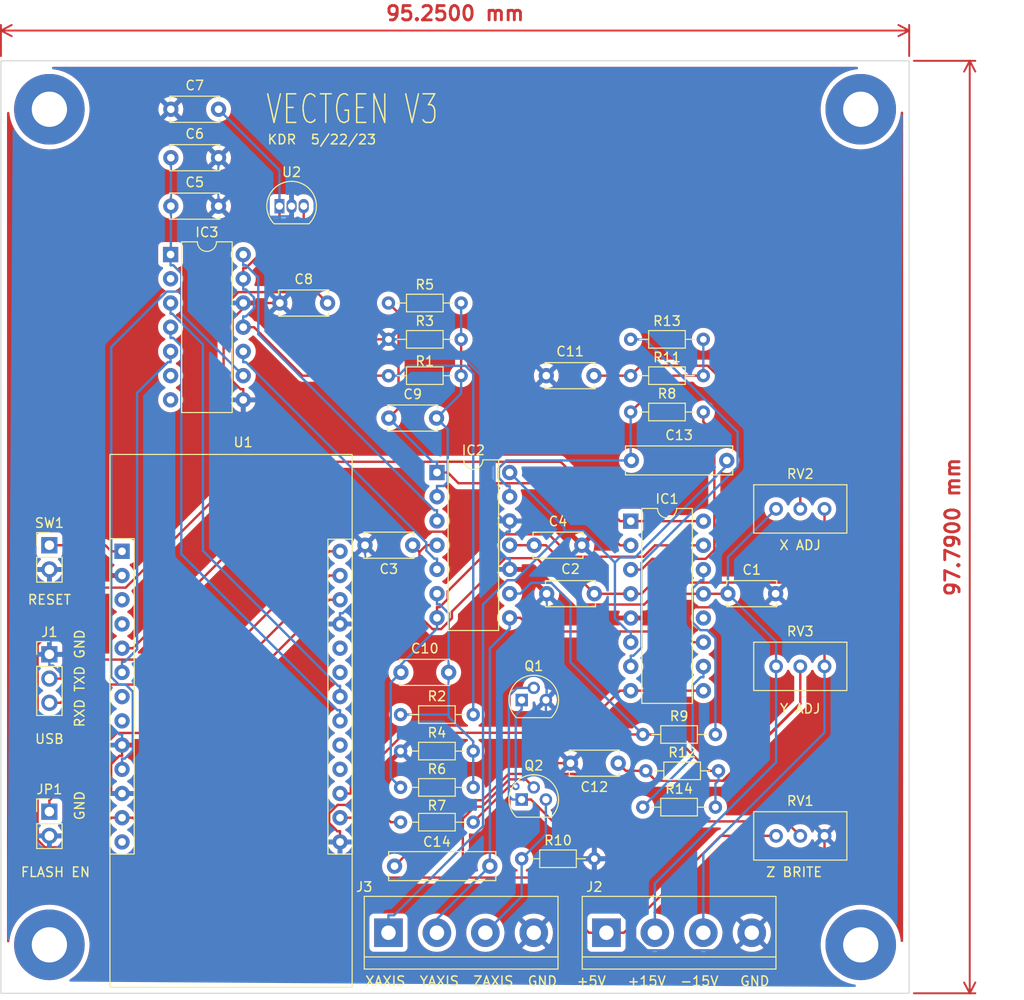
<source format=kicad_pcb>
(kicad_pcb (version 20211014) (generator pcbnew)
  (layers (0 "F.Cu" signal) (31 "B.Cu" signal) (34 "B.Paste" user) (35 "F.Paste" user) (36 "B.SilkS" user "B.Silkscreen") (37 "F.SilkS" user "F.Silkscreen") (38 "B.Mask" user) (39 "F.Mask" user) (44 "Edge.Cuts" user))
  (net 0 "")
  (net 1 "+15V")
  (net 2 "GND")
  (net 3 "-15V")
  (net 4 "Net-(C5-Pad2)")
  (net 5 "Net-(C7-Pad2)")
  (net 6 "+5V")
  (net 7 "Net-(C9-Pad1)")
  (net 8 "Net-(C9-Pad2)")
  (net 9 "Net-(C10-Pad1)")
  (net 10 "Net-(C10-Pad2)")
  (net 11 "Net-(C11-Pad1)")
  (net 12 "Net-(C12-Pad1)")
  (net 13 "Net-(C13-Pad1)")
  (net 14 "/XAXIS")
  (net 15 "Net-(C14-Pad1)")
  (net 16 "/YAXIS")
  (net 17 "/~{RAMP}")
  (net 18 "Net-(IC1-Pad3)")
  (net 19 "Net-(IC1-Pad7)")
  (net 20 "/~{ZERO}")
  (net 21 "Net-(IC1-Pad10)")
  (net 22 "Net-(IC1-Pad14)")
  (net 23 "Net-(IC2-Pad3)")
  (net 24 "Net-(IC2-Pad5)")
  (net 25 "Net-(IC3-Pad3)")
  (net 26 "Net-(IC3-Pad4)")
  (net 27 "/ZAXIS")
  (net 28 "Net-(JP1-Pad1)")
  (net 29 "Net-(Q1-Pad1)")
  (net 30 "Net-(Q1-Pad2)")
  (net 31 "/BLANK")
  (net 32 "Net-(SW1-Pad1)")
  (net 37 "Net-(J1-Pad2)")
  (net 38 "Net-(J1-Pad3)")
  (net 39 "Net-(IC3-Pad5)")
  (footprint "TerminalBlock:TerminalBlock_bornier-4_P5.08mm" (layer "F.Cu") (at 111.76 128.27)
    (fp_text reference "J3")
    (fp_text value "Screw_Terminal_01x04")
  )
  (footprint "MountingHole:MountingHole_3.7mm_Pad_TopBottom" (layer "F.Cu") (at 161.29 41.91)
    (fp_text reference "H1")
    (fp_text value "MountingHole")
  )
  (footprint "Package_TO_SOT_THT:TO-92" (layer "F.Cu") (at 125.73 103.865)
    (fp_text reference "Q1")
    (fp_text value "2N3904")
  )
  (footprint "Package_TO_SOT_THT:TO-92" (layer "F.Cu") (at 125.73 114.3)
    (fp_text reference "Q2")
    (fp_text value "2N3904")
  )
  (footprint "Resistor_THT:R_Axial_DIN0204_L3.6mm_D1.6mm_P7.62mm_Horizontal" (layer "F.Cu") (at 137.16 73.66)
    (fp_text reference "R8")
    (fp_text value "10K")
  )
  (footprint "Resistor_THT:R_Axial_DIN0204_L3.6mm_D1.6mm_P7.62mm_Horizontal" (layer "F.Cu") (at 138.43 107.48)
    (fp_text reference "R9")
    (fp_text value "10K")
  )
  (footprint "Capacitor_THT:C_Disc_D5.0mm_W2.5mm_P5.00mm" (layer "F.Cu") (at 147.36 92.71)
    (fp_text reference "C1")
    (fp_text value ".01uF")
  )
  (footprint "Capacitor_THT:C_Disc_D5.0mm_W2.5mm_P5.00mm" (layer "F.Cu") (at 113.07 100.965)
    (fp_text reference "C10")
    (fp_text value "150pF")
  )
  (footprint "Resistor_THT:R_Axial_DIN0204_L3.6mm_D1.6mm_P7.62mm_Horizontal" (layer "F.Cu") (at 138.43 115.1)
    (fp_text reference "R14")
    (fp_text value "220")
  )
  (footprint "Resistor_THT:R_Axial_DIN0204_L3.6mm_D1.6mm_P7.62mm_Horizontal" (layer "F.Cu") (at 137.16 69.85)
    (fp_text reference "R11")
    (fp_text value "3.3M")
  )
  (footprint "Capacitor_THT:C_Disc_D5.0mm_W2.5mm_P5.00mm" (layer "F.Cu") (at 133.31 69.85 180)
    (fp_text reference "C11")
    (fp_text value ".1uF")
  )
  (footprint "Resistor_THT:R_Axial_DIN0204_L3.6mm_D1.6mm_P7.62mm_Horizontal" (layer "F.Cu") (at 137.16 66.04)
    (fp_text reference "R13")
    (fp_text value "220")
  )
  (footprint "Capacitor_THT:C_Disc_D5.0mm_W2.5mm_P5.00mm" (layer "F.Cu") (at 88.94 41.91)
    (fp_text reference "C7")
    (fp_text value "10uF")
  )
  (footprint "Resistor_THT:R_Axial_DIN0204_L3.6mm_D1.6mm_P7.62mm_Horizontal" (layer "F.Cu") (at 111.76 62.23)
    (fp_text reference "R5")
    (fp_text value "30K")
  )
  (footprint "Resistor_THT:R_Axial_DIN0204_L3.6mm_D1.6mm_P7.62mm_Horizontal" (layer "F.Cu") (at 113.03 109.22)
    (fp_text reference "R4")
    (fp_text value "15K")
  )
  (footprint "Connector_PinHeader_2.54mm:PinHeader_1x02_P2.54mm_Vertical" (layer "F.Cu") (at 76.2 115.57)
    (fp_text reference "JP1")
    (fp_text value "FLASH_EN")
  )
  (footprint "Resistor_THT:R_Axial_DIN0204_L3.6mm_D1.6mm_P7.62mm_Horizontal" (layer "F.Cu") (at 120.65 116.675 180)
    (fp_text reference "R7")
    (fp_text value "2.2K")
  )
  (footprint "Package_TO_SOT_THT:TO-92_Inline" (layer "F.Cu") (at 100.33 52.07)
    (fp_text reference "U2")
    (fp_text value "L4931-3.3")
  )
  (footprint "Capacitor_THT:C_Disc_D5.0mm_W2.5mm_P5.00mm" (layer "F.Cu") (at 100.37 62.23)
    (fp_text reference "C8")
    (fp_text value ".1uF")
  )
  (footprint "Capacitor_THT:C_Rect_L11.0mm_W2.8mm_P10.00mm_MKT" (layer "F.Cu") (at 137.24 78.74)
    (fp_text reference "C13")
    (fp_text value ".01uF")
  )
  (footprint "Capacitor_THT:C_Disc_D5.0mm_W2.5mm_P5.00mm" (layer "F.Cu") (at 114.3 87.63 180)
    (fp_text reference "C3")
    (fp_text value ".01uF")
  )
  (footprint "MountingHole:MountingHole_3.7mm_Pad_TopBottom" (layer "F.Cu") (at 76.2 129.54)
    (fp_text reference "H3")
    (fp_text value "MountingHole")
  )
  (footprint "TerminalBlock:TerminalBlock_bornier-4_P5.08mm" (layer "F.Cu") (at 134.62 128.27)
    (fp_text reference "J2")
    (fp_text value "Screw_Terminal_01x04")
  )
  (footprint "Capacitor_THT:C_Disc_D5.0mm_W2.5mm_P5.00mm" (layer "F.Cu") (at 93.94 52.07 180)
    (fp_text reference "C5")
    (fp_text value ".1uF")
  )
  (footprint "vectgen_v3.my_library:WT32-ETH01" (layer "F.Cu") (at 83.82 88.27)
    (fp_text reference "U1")
    (fp_text value "WT32-ETH01")
  )
  (footprint "Potentiometer_THT:Potentiometer_Bourns_3296W_Vertical" (layer "F.Cu") (at 157.49 118.11)
    (fp_text reference "RV1")
    (fp_text value "10K")
  )
  (footprint "Capacitor_THT:C_Disc_D5.0mm_W2.5mm_P5.00mm" (layer "F.Cu") (at 111.8 74.295)
    (fp_text reference "C9")
    (fp_text value "150pF")
  )
  (footprint "Potentiometer_THT:Potentiometer_Bourns_3296W_Vertical" (layer "F.Cu") (at 157.49 83.82)
    (fp_text reference "RV2")
    (fp_text value "10K")
  )
  (footprint "Capacitor_THT:C_Disc_D5.0mm_W2.5mm_P5.00mm" (layer "F.Cu") (at 135.85 110.49 180)
    (fp_text reference "C12")
    (fp_text value ".1uF")
  )
  (footprint "Connector_PinHeader_2.54mm:PinHeader_1x03_P2.54mm_Vertical" (layer "F.Cu") (at 76.2 99.075)
    (fp_text reference "J1")
    (fp_text value "USB")
  )
  (footprint "Package_DIP:DIP-14_W7.62mm" (layer "F.Cu") (at 116.85 80.005)
    (fp_text reference "IC2")
    (fp_text value "LF347D")
  )
  (footprint "Capacitor_THT:C_Disc_D5.0mm_W2.5mm_P5.00mm" (layer "F.Cu") (at 93.94 46.99 180)
    (fp_text reference "C6")
    (fp_text value "10uF")
  )
  (footprint "Capacitor_THT:C_Disc_D5.0mm_W2.5mm_P5.00mm" (layer "F.Cu") (at 127.04 87.63)
    (fp_text reference "C4")
    (fp_text value ".01uF")
  )
  (footprint "Capacitor_THT:C_Rect_L11.0mm_W2.8mm_P10.00mm_MKT" (layer "F.Cu") (at 112.395 121.285)
    (fp_text reference "C14")
    (fp_text value ".01uF")
  )
  (footprint "Capacitor_THT:C_Disc_D5.0mm_W2.5mm_P5.00mm" (layer "F.Cu") (at 133.35 92.71 180)
    (fp_text reference "C2")
    (fp_text value ".01uF")
  )
  (footprint "Resistor_THT:R_Axial_DIN0204_L3.6mm_D1.6mm_P7.62mm_Horizontal" (layer "F.Cu") (at 113.03 105.39)
    (fp_text reference "R2")
    (fp_text value "10K")
  )
  (footprint "Resistor_THT:R_Axial_DIN0204_L3.6mm_D1.6mm_P7.62mm_Horizontal" (layer "F.Cu") (at 119.38 69.85 180)
    (fp_text reference "R1")
    (fp_text value "10K")
  )
  (footprint "MountingHole:MountingHole_3.7mm_Pad_TopBottom" (layer "F.Cu") (at 161.29 129.54)
    (fp_text reference "H4")
    (fp_text value "MountingHole")
  )
  (footprint "MountingHole:MountingHole_3.7mm_Pad_TopBottom" (layer "F.Cu") (at 76.2 41.91)
    (fp_text reference "H2")
    (fp_text value "MountingHole")
  )
  (footprint "Resistor_THT:R_Axial_DIN0204_L3.6mm_D1.6mm_P7.62mm_Horizontal" (layer "F.Cu") (at 138.75 111.29)
    (fp_text reference "R12")
    (fp_text value "3.3M")
  )
  (footprint "Resistor_THT:R_Axial_DIN0204_L3.6mm_D1.6mm_P7.62mm_Horizontal" (layer "F.Cu") (at 125.73 120.51)
    (fp_text reference "R10")
    (fp_text value "27")
  )
  (footprint "Potentiometer_THT:Potentiometer_Bourns_3296W_Vertical" (layer "F.Cu") (at 157.49 100.33)
    (fp_text reference "RV3")
    (fp_text value "10K")
  )
  (footprint "Resistor_THT:R_Axial_DIN0204_L3.6mm_D1.6mm_P7.62mm_Horizontal" (layer "F.Cu") (at 113.03 113.03)
    (fp_text reference "R6")
    (fp_text value "30K")
  )
  (footprint "Resistor_THT:R_Axial_DIN0204_L3.6mm_D1.6mm_P7.62mm_Horizontal" (layer "F.Cu") (at 111.76 66.04)
    (fp_text reference "R3")
    (fp_text value "15K")
  )
  (footprint "Package_DIP:DIP-14_W7.62mm" (layer "F.Cu") (at 88.91 57.145)
    (fp_text reference "IC3")
    (fp_text value "MCP4922")
  )
  (footprint "Connector_PinHeader_2.54mm:PinHeader_1x02_P2.54mm_Vertical" (layer "F.Cu") (at 76.2 87.63)
    (fp_text reference "SW1")
    (fp_text value "RESET")
  )
  (footprint "Package_DIP:DIP-16_W7.62mm" (layer "F.Cu") (at 137.17 85.105)
    (fp_text reference "IC1")
    (fp_text value "ADG201A")
  )
  (gr_rect (start 71.12 36.83) (end 166.37 134.62) (layer "Edge.Cuts") (width 0.1) (fill none))
  (gr_text "X ADJ" (at 154.94 87.63) (layer "F.SilkS") (effects (font (size 1 1))))
  (gr_text "RXD TXD GND" (at 79.375 101.6 90) (layer "F.SilkS") (effects (font (size 1 1))))
  (gr_text "+5V   +15V  -15V   GND" (at 141.605 133.35) (layer "F.SilkS") (effects (font (size 1 1))))
  (gr_text "RESET" (at 76.2 93.345) (layer "F.SilkS") (effects (font (size 1 1))))
  (gr_text "FLASH EN" (at 76.835 121.92) (layer "F.SilkS") (effects (font (size 1 1))))
  (gr_text "Z BRITE" (at 154.305 121.92) (layer "F.SilkS") (effects (font (size 1 1))))
  (gr_text "VECTGEN V3" (at 107.95 41.91) (layer "F.SilkS") (effects (font (size 3 2))))
  (gr_text "USB" (at 76.2 107.95) (layer "F.SilkS") (effects (font (size 1 1))))
  (gr_text "KDR  5/22/23" (at 104.775 45.085) (layer "F.SilkS") (effects (font (size 1 1))))
  (gr_text "XAXIS  YAXIS  ZAXIS  GND" (at 119.38 133.35) (layer "F.SilkS") (effects (font (size 1 1))))
  (gr_text "Y ADJ" (at 154.94 104.775) (layer "F.SilkS") (effects (font (size 1 1))))
  (gr_text "GND" (at 79.375 114.935 90) (layer "F.SilkS") (effects (font (size 1 1))))
  (dimension (type aligned) (layer "F.Cu") (pts (xy 71.12 36.83) (xy 166.37 36.83)) (height -3.175) (gr_text "3.7500 in" (at 118.745 31.855) (layer "F.Cu") (effects (font (size 1.5 1.5) (thickness 0.3)))) (format (units 3) (units_format 1) (precision 4)) (style (thickness 0.2) (arrow_length 1.27) (text_position_mode 0) (extension_height 0.58642) (extension_offset 0.5) keep_text_aligned))
  (dimension (type aligned) (layer "F.Cu") (pts (xy 166.37 36.83) (xy 166.37 134.62)) (height -6.35) (gr_text "3.8500 in" (at 170.92 85.725 90) (layer "F.Cu") (effects (font (size 1.5 1.5) (thickness 0.3)))) (format (units 3) (units_format 1) (precision 4)) (style (thickness 0.2) (arrow_length 1.27) (text_position_mode 0) (extension_height 0.58642) (extension_offset 0.5) keep_text_aligned))
  (segment (start 117.2772 96.4241) (end 116.373 96.4241) (width 0.25) (layer "F.Cu") (net 1))
  (segment (start 132.1796 93.8504) (end 127.3193 88.9901) (width 0.25) (layer "F.Cu") (net 1))
  (segment (start 118.4138 95.2875) (end 117.2772 96.4241) (width 0.25) (layer "F.Cu") (net 1))
  (segment (start 115.0098 95.0609) (end 115.0098 88.3399) (width 0.25) (layer "F.Cu") (net 1))
  (segment (start 147.36 92.71) (end 147.345 92.725) (width 0.25) (layer "F.Cu") (net 1))
  (segment (start 115.0099 88.3398) (end 115.7247 87.625) (width 0.25) (layer "F.Cu") (net 1))
  (segment (start 115.0098 88.3399) (end 115.0099 88.3398) (width 0.25) (layer "F.Cu") (net 1))
  (segment (start 118.4138 94.5864) (end 118.4138 95.2875) (width 0.25) (layer "F.Cu") (net 1))
  (segment (start 144.79 92.725) (end 139.7053 92.725) (width 0.25) (layer "F.Cu") (net 1))
  (segment (start 127.3193 88.9901) (end 124.0101 88.9901) (width 0.25) (layer "F.Cu") (net 1))
  (segment (start 114.3 87.63) (end 115.0099 88.3398) (width 0.25) (layer "F.Cu") (net 1))
  (segment (start 138.5799 93.8504) (end 132.1796 93.8504) (width 0.25) (layer "F.Cu") (net 1))
  (segment (start 147.345 92.725) (end 144.79 92.725) (width 0.25) (layer "F.Cu") (net 1))
  (segment (start 124.0101 88.9901) (end 118.4138 94.5864) (width 0.25) (layer "F.Cu") (net 1))
  (segment (start 139.7053 92.725) (end 138.5799 93.8504) (width 0.25) (layer "F.Cu") (net 1))
  (segment (start 116.373 96.4241) (end 115.0098 95.0609) (width 0.25) (layer "F.Cu") (net 1))
  (segment (start 116.85 87.625) (end 115.7247 87.625) (width 0.25) (layer "F.Cu") (net 1))
  (segment (start 152.41 100.33) (end 152.41 110.397) (width 0.25) (layer "B.Cu") (net 1))
  (segment (start 147.36 88.87) (end 147.36 92.71) (width 0.25) (layer "B.Cu") (net 1))
  (segment (start 147.36 92.71) (end 152.41 97.76) (width 0.25) (layer "B.Cu") (net 1))
  (segment (start 139.7 123.107) (end 139.7 128.27) (width 0.25) (layer "B.Cu") (net 1))
  (segment (start 152.41 83.82) (end 147.36 88.87) (width 0.25) (layer "B.Cu") (net 1))
  (segment (start 152.41 110.397) (end 139.7 123.107) (width 0.25) (layer "B.Cu") (net 1))
  (segment (start 152.41 97.76) (end 152.41 100.33) (width 0.25) (layer "B.Cu") (net 1))
  (segment (start 105.5411 115.7514) (end 106.4264 114.8661) (width 0.25) (layer "F.Cu") (net 2))
  (segment (start 137.17 95.265) (end 138.2953 95.265) (width 0.25) (layer "F.Cu") (net 2))
  (segment (start 109.3 87.63) (end 110.7197 86.2103) (width 0.25) (layer "F.Cu") (net 2))
  (segment (start 95.4047 70.4158) (end 96.2486 71.2597) (width 0.25) (layer "F.Cu") (net 2))
  (segment (start 111.76 66.04) (end 104.18 66.04) (width 0.25) (layer "F.Cu") (net 2))
  (segment (start 84.9453 113.67) (end 87.0267 115.7514) (width 0.25) (layer "F.Cu") (net 2))
  (segment (start 128.1403 92.71) (end 128.35 92.71) (width 0.25) (layer "F.Cu") (net 2))
  (segment (start 114.3 110.49) (end 113.03 109.22) (width 0.25) (layer "F.Cu") (net 2))
  (segment (start 110.7197 86.2103) (end 122.2194 86.2103) (width 0.25) (layer "F.Cu") (net 2))
  (segment (start 106.3987 117.6247) (end 105.5411 116.7671) (width 0.25) (layer "F.Cu") (net 2))
  (segment (start 106.68 118.75) (end 106.68 117.6247) (width 0.25) (layer "F.Cu") (net 2))
  (segment (start 82.677 113.67) (end 81.8153 113.67) (width 0.25) (layer "F.Cu") (net 2))
  (segment (start 122.2194 86.2103) (end 123.3447 85.085) (width 0.25) (layer "F.Cu") (net 2))
  (segment (start 82.677 110.577) (end 82.677 113.67) (width 0.25) (layer "F.Cu") (net 2))
  (segment (start 106.68 117.6247) (end 106.3987 117.6247) (width 0.25) (layer "F.Cu") (net 2))
  (segment (start 130.85 110.49) (end 114.3 110.49) (width 0.25) (layer "F.Cu") (net 2))
  (segment (start 97.6603 62.23) (end 97.6553 62.225) (width 0.25) (layer "F.Cu") (net 2))
  (segment (start 139.4206 94.1397) (end 150.9303 94.1397) (width 0.25) (layer "F.Cu") (net 2))
  (segment (start 150.9303 94.1397) (end 152.36 92.71) (width 0.25) (layer "F.Cu") (net 2))
  (segment (start 157.49 118.11) (end 157.49 120.64) (width 0.25) (layer "F.Cu") (net 2))
  (segment (start 97.0927 62.225) (end 97.6553 62.225) (width 0.25) (layer "F.Cu") (net 2))
  (segment (start 96.53 62.225) (end 97.0927 62.225) (width 0.25) (layer "F.Cu") (net 2))
  (segment (start 82.0547 90.17) (end 82.6947 90.81) (width 0.25) (layer "F.Cu") (net 2))
  (segment (start 124.47 85.085) (end 123.3447 85.085) (width 0.25) (layer "F.Cu") (net 2))
  (segment (start 97.0927 62.225) (end 95.4047 63.913) (width 0.25) (layer "F.Cu") (net 2))
  (segment (start 83.5387 109.7153) (end 82.677 110.577) (width 0.25) (layer "F.Cu") (net 2))
  (segment (start 81.8153 113.67) (end 77.3753 118.11) (width 0.25) (layer "F.Cu") (net 2))
  (segment (start 87.0267 115.7514) (end 105.5411 115.7514) (width 0.25) (layer "F.Cu") (net 2))
  (segment (start 128.35 92.71) (end 130.905 95.265) (width 0.25) (layer "F.Cu") (net 2))
  (segment (start 95.4047 63.913) (end 95.4047 70.4158) (width 0.25) (layer "F.Cu") (net 2))
  (segment (start 107.3839 114.8661) (end 113.03 109.22) (width 0.25) (layer "F.Cu") (net 2))
  (segment (start 106.4264 114.8661) (end 107.3839 114.8661) (width 0.25) (layer "F.Cu") (net 2))
  (segment (start 83.82 108.59) (end 83.82 109.7153) (width 0.25) (layer "F.Cu") (net 2))
  (segment (start 104.18 66.04) (end 100.37 62.23) (width 0.25) (layer "F.Cu") (net 2))
  (segment (start 124.47 90.165) (end 125.5953 90.165) (width 0.25) (layer "F.Cu") (net 2))
  (segment (start 83.82 113.67) (end 82.677 113.67) (width 0.25) (layer "F.Cu") (net 2))
  (segment (start 138.2953 95.265) (end 139.4206 94.1397) (width 0.25) (layer "F.Cu") (net 2))
  (segment (start 76.2 118.11) (end 77.3753 118.11) (width 0.25) (layer "F.Cu") (net 2))
  (segment (start 125.5953 90.165) (end 128.1403 92.71) (width 0.25) (layer "F.Cu") (net 2))
  (segment (start 83.82 90.81) (end 82.6947 90.81) (width 0.25) (layer "F.Cu") (net 2))
  (segment (start 83.82 113.67) (end 84.9453 113.67) (width 0.25) (layer "F.Cu") (net 2))
  (segment (start 130.905 95.265) (end 137.17 95.265) (width 0.25) (layer "F.Cu") (net 2))
  (segment (start 157.49 120.64) (end 149.86 128.27) (width 0.25) (layer "F.Cu") (net 2))
  (segment (start 129.495 85.085) (end 124.47 85.085) (width 0.25) (layer "F.Cu") (net 2))
  (segment (start 132.04 87.63) (end 129.495 85.085) (width 0.25) (layer "F.Cu") (net 2))
  (segment (start 96.2486 71.2597) (end 96.53 71.2597) (width 0.25) (layer "F.Cu") (net 2))
  (segment (start 83.82 109.7153) (end 83.5387 109.7153) (width 0.25) (layer "F.Cu") (net 2))
  (segment (start 105.5411 116.7671) (end 105.5411 115.7514) (width 0.25) (layer "F.Cu") (net 2))
  (segment (start 96.53 72.385) (end 96.53 71.2597) (width 0.25) (layer "F.Cu") (net 2))
  (segment (start 76.2 90.17) (end 82.0547 90.17) (width 0.25) (layer "F.Cu") (net 2))
  (segment (start 100.37 62.23) (end 97.6603 62.23) (width 0.25) (layer "F.Cu") (net 2))
  (segment (start 101.6 53.1453) (end 100.413 53.1453) (width 0.25) (layer "B.Cu") (net 2))
  (segment (start 126.6935 71.4665) (end 128.31 69.85) (width 0.25) (layer "B.Cu") (net 2))
  (segment (start 100.37 62.23) (end 100.37 53.1883) (width 0.25) (layer "B.Cu") (net 2))
  (segment (start 137.6287 128.8606) (end 138.8827 130.1146) (width 0.25) (layer "B.Cu") (net 2))
  (segment (start 93.94 46.99) (end 88.94 41.99) (width 0.25) (layer "B.Cu") (net 2))
  (segment (start 117.692 66.04) (end 111.76 66.04) (width 0.25) (layer "B.Cu") (net 2))
  (segment (start 128.35 92.71) (end 128.35 103.785) (width 0.25) (layer "B.Cu") (net 2))
  (segment (start 95.0583 53.1883) (end 93.94 52.07) (width 0.25) (layer "B.Cu") (net 2))
  (segment (start 76.2 99.075) (end 76.2 100.2503) (width 0.25) (layer "B.Cu") (net 2))
  (segment (start 130.85 110.49) (end 128.27 107.91) (width 0.25) (layer "B.Cu") (net 2))
  (segment (start 132.5709 122.6991) (end 127 128.27) (width 0.25) (layer "B.Cu") (net 2))
  (segment (start 88.94 41.99) (end 88.94 41.91) (width 0.25) (layer "B.Cu") (net 2))
  (segment (start 122.8787 71.7063) (end 123.1185 71.4665) (width 0.25) (layer "B.Cu") (net 2))
  (segment (start 124.47 90.165) (end 124.47 89.0397) (width 0.25) (layer "B.Cu") (net 2))
  (segment (start 76.5871 100.2503) (end 76.2 100.2503) (width 0.25) (layer "B.Cu") (net 2))
  (segment (start 106.68 95.89) (end 106.68 94.7647) (width 0.25) (layer "B.Cu") (net 2))
  (segment (start 83.82 107.4647) (end 83.5386 107.4647) (width 0.25) (layer "B.Cu") (net 2))
  (segment (start 148.0154 130.1146) (end 149.86 128.27) (width 0.25) (layer "B.Cu") (net 2))
  (segment (start 109.3 87.63) (end 109.3 92.426) (width 0.25) (layer "B.Cu") (net 2))
  (segment (start 132.5708 122.6991) (end 132.5709 122.6991) (width 0.25) (layer "B.Cu") (net 2))
  (segment (start 133.35 121.5353) (end 132.5708 122.3145) (width 0.25) (layer "B.Cu") (net 2))
  (segment (start 124.47 85.085) (end 124.47 85.6476) (width 0.25) (layer "B.Cu") (net 2))
  (segment (start 133.35 112.99) (end 133.35 120.51) (width 0.25) (layer "B.Cu") (net 2))
  (segment (start 128.27 107.91) (end 128.27 103.865) (width 0.25) (layer "B.Cu") (net 2))
  (segment (start 138.8827 130.1146) (end 148.0154 130.1146) (width 0.25) (layer "B.Cu") (net 2))
  (segment (start 100.37 53.1883) (end 95.0583 53.1883) (width 0.25) (layer "B.Cu") (net 2))
  (segment (start 132.5709 122.6991) (end 137.6287 127.757) (width 0.25) (layer "B.Cu") (net 2))
  (segment (start 124.1886 89.0397) (end 124.47 89.0397) (width 0.25) (layer "B.Cu") (net 2))
  (segment (start 101.6 52.07) (end 101.6 53.1453) (width 0.25) (layer "B.Cu") (net 2))
  (segment (start 133.35 120.51) (end 133.35 121.5353) (width 0.25) (layer "B.Cu") (net 2))
  (segment (start 124.47 86.2103) (end 124.1887 86.2103) (width 0.25) (layer "B.Cu") (net 2))
  (segment (start 77.3753 101.0385) (end 76.5871 100.2503) (width 0.25) (layer "B.Cu") (net 2))
  (segment (start 130.85 110.49) (end 133.35 112.99) (width 0.25) (layer "B.Cu") (net 2))
  (segment (start 124.1887 86.2103) (end 123.3447 87.0543) (width 0.25) (layer "B.Cu") (net 2))
  (segment (start 124.47 85.6476) (end 122.8787 84.0563) (width 0.25) (layer "B.Cu") (net 2))
  (segment (start 132.5708 122.3145) (end 132.5708 122.6991) (width 0.25) (layer "B.Cu") (net 2))
  (segment (start 76.2 90.17) (end 76.2 99.075) (width 0.25) (layer "B.Cu") (net 2))
  (segment (start 106.9613 94.7647) (end 106.68 94.7647) (width 0.25) (layer "B.Cu") (net 2))
  (segment (start 83.5386 107.4647) (end 77.3753 101.3014) (width 0.25) (layer "B.Cu") (net 2))
  (segment (start 128.35 103.785) (end 128.27 103.865) (width 0.25) (layer "B.Cu") (net 2))
  (segment (start 137.6287 127.757) (end 137.6287 128.8606) (width 0.25) (layer "B.Cu") (net 2))
  (segment (start 83.82 108.59) (end 83.82 107.4647) (width 0.25) (layer "B.Cu") (net 2))
  (segment (start 109.3 92.426) (end 106.9613 94.7647) (width 0.25) (layer "B.Cu") (net 2))
  (segment (start 93.94 52.07) (end 93.94 46.99) (width 0.25) (layer "B.Cu") (net 2))
  (segment (start 100.413 53.1453) (end 100.37 53.1883) (width 0.25) (layer "B.Cu") (net 2))
  (segment (start 123.3447 87.0543) (end 123.3447 88.1958) (width 0.25) (layer "B.Cu") (net 2))
  (segment (start 124.47 85.6476) (end 124.47 86.2103) (width 0.25) (layer "B.Cu") (net 2))
  (segment (start 77.3753 101.3014) (end 77.3753 101.0385) (width 0.25) (layer "B.Cu") (net 2))
  (segment (start 123.1185 71.4665) (end 126.6935 71.4665) (width 0.25) (layer "B.Cu") (net 2))
  (segment (start 122.8787 84.0563) (end 122.8787 71.7063) (width 0.25) (layer "B.Cu") (net 2))
  (segment (start 123.1185 71.4665) (end 117.692 66.04) (width 0.25) (layer "B.Cu") (net 2))
  (segment (start 123.3447 88.1958) (end 124.1886 89.0397) (width 0.25) (layer "B.Cu") (net 2))
  (segment (start 157.49 88.2936) (end 154.2354 91.5482) (width 0.25) (layer "F.Cu") (net 3))
  (segment (start 125.6003 87.63) (end 125.5953 87.625) (width 0.25) (layer "F.Cu") (net 3))
  (segment (start 138.2953 92.725) (end 139.4721 91.5482) (width 0.25) (layer "F.Cu") (net 3))
  (segment (start 128.27 87.63) (end 127.04 87.63) (width 0.25) (layer "F.Cu") (net 3))
  (segment (start 157.49 94.8028) (end 157.49 100.33) (width 0.25) (layer "F.Cu") (net 3))
  (segment (start 124.47 87.625) (end 125.5953 87.625) (width 0.25) (layer "F.Cu") (net 3))
  (segment (start 137.17 92.725) (end 133.365 92.725) (width 0.25) (layer "F.Cu") (net 3))
  (segment (start 154.2354 91.5482) (end 157.49 94.8028) (width 0.25) (layer "F.Cu") (net 3))
  (segment (start 133.365 92.725) (end 133.35 92.71) (width 0.25) (layer "F.Cu") (net 3))
  (segment (start 137.17 92.725) (end 138.2953 92.725) (width 0.25) (layer "F.Cu") (net 3))
  (segment (start 133.35 92.71) (end 128.27 87.63) (width 0.25) (layer "F.Cu") (net 3))
  (segment (start 139.4721 91.5482) (end 154.2354 91.5482) (width 0.25) (layer "F.Cu") (net 3))
  (segment (start 127.04 87.63) (end 125.6003 87.63) (width 0.25) (layer "F.Cu") (net 3))
  (segment (start 157.49 83.82) (end 157.49 88.2936) (width 0.25) (layer "F.Cu") (net 3))
  (segment (start 157.49 107.2738) (end 157.49 100.33) (width 0.25) (layer "B.Cu") (net 3))
  (segment (start 144.78 119.9838) (end 157.49 107.2738) (width 0.25) (layer "B.Cu") (net 3))
  (segment (start 144.78 128.27) (end 144.78 119.9838) (width 0.25) (layer "B.Cu") (net 3))
  (segment (start 89.1914 58.2703) (end 88.91 58.2703) (width 0.25) (layer "B.Cu") (net 4))
  (segment (start 82.688 66.8516) (end 82.688 101.4609) (width 0.25) (layer "B.Cu") (net 4))
  (segment (start 88.91 57.7076) (end 88.91 58.2703) (width 0.25) (layer "B.Cu") (net 4))
  (segment (start 88.91 57.145) (end 88.91 57.7076) (width 0.25) (layer "B.Cu") (net 4))
  (segment (start 84.9453 109.1608) (end 84.1014 110.0047) (width 0.25) (layer "B.Cu") (net 4))
  (segment (start 84.1014 110.0047) (end 83.82 110.0047) (width 0.25) (layer "B.Cu") (net 4))
  (segment (start 90.0353 59.1142) (end 89.1914 58.2703) (width 0.25) (layer "B.Cu") (net 4))
  (segment (start 84.9453 102.979) (end 84.9453 109.1608) (width 0.25) (layer "B.Cu") (net 4))
  (segment (start 90.0353 61.0299) (end 88.5097 61.0299) (width 0.25) (layer "B.Cu") (net 4))
  (segment (start 88.91 57.7076) (end 88.94 57.6776) (width 0.25) (layer "B.Cu") (net 4))
  (segment (start 82.688 101.4609) (end 83.4671 102.24) (width 0.25) (layer "B.Cu") (net 4))
  (segment (start 83.82 111.13) (end 83.82 110.0047) (width 0.25) (layer "B.Cu") (net 4))
  (segment (start 83.4671 102.24) (end 84.2063 102.24) (width 0.25) (layer "B.Cu") (net 4))
  (segment (start 84.2063 102.24) (end 84.9453 102.979) (width 0.25) (layer "B.Cu") (net 4))
  (segment (start 88.94 46.99) (end 88.94 52.07) (width 0.25) (layer "B.Cu") (net 4))
  (segment (start 90.0353 61.0299) (end 90.0353 59.1142) (width 0.25) (layer "B.Cu") (net 4))
  (segment (start 88.5097 61.0299) (end 82.688 66.8516) (width 0.25) (layer "B.Cu") (net 4))
  (segment (start 90.0353 63.3503) (end 90.0353 61.0299) (width 0.25) (layer "B.Cu") (net 4))
  (segment (start 96.53 69.845) (end 90.0353 63.3503) (width 0.25) (layer "B.Cu") (net 4))
  (segment (start 88.94 57.6776) (end 88.94 52.07) (width 0.25) (layer "B.Cu") (net 4))
  (segment (start 96.53 64.765) (end 97.6553 64.765) (width 0.25) (layer "F.Cu") (net 5))
  (segment (start 96.53 58.5597) (end 96.8113 58.5597) (width 0.25) (layer "F.Cu") (net 5))
  (segment (start 96.8113 58.5597) (end 100.33 55.041) (width 0.25) (layer "F.Cu") (net 5))
  (segment (start 102.7403 69.85) (end 111.76 69.85) (width 0.25) (layer "F.Cu") (net 5))
  (segment (start 100.33 55.041) (end 100.33 52.07) (width 0.25) (layer "F.Cu") (net 5))
  (segment (start 96.53 59.685) (end 96.53 58.5597) (width 0.25) (layer "F.Cu") (net 5))
  (segment (start 97.6553 64.765) (end 102.7403 69.85) (width 0.25) (layer "F.Cu") (net 5))
  (segment (start 100.33 48.3) (end 93.94 41.91) (width 0.25) (layer "B.Cu") (net 5))
  (segment (start 100.33 52.07) (end 100.33 48.3) (width 0.25) (layer "B.Cu") (net 5))
  (segment (start 97.6553 61.6542) (end 97.6553 62.7958) (width 0.25) (layer "B.Cu") (net 5))
  (segment (start 96.53 60.8103) (end 96.8114 60.8103) (width 0.25) (layer "B.Cu") (net 5))
  (segment (start 96.8114 60.8103) (end 97.6553 61.6542) (width 0.25) (layer "B.Cu") (net 5))
  (segment (start 97.6553 62.7958) (end 96.8114 63.6397) (width 0.25) (layer "B.Cu") (net 5))
  (segment (start 119.8327 68.8176) (end 120.65 69.6349) (width 0.25) (layer "B.Cu") (net 5))
  (segment (start 96.53 59.685) (end 96.53 60.8103) (width 0.25) (layer "B.Cu") (net 5))
  (segment (start 112.7853 69.85) (end 113.8177 68.8176) (width 0.25) (layer "B.Cu") (net 5))
  (segment (start 96.8114 63.6397) (end 96.53 63.6397) (width 0.25) (layer "B.Cu") (net 5))
  (segment (start 113.8177 68.8176) (end 119.8327 68.8176) (width 0.25) (layer "B.Cu") (net 5))
  (segment (start 96.53 64.765) (end 96.53 63.6397) (width 0.25) (layer "B.Cu") (net 5))
  (segment (start 120.65 69.6349) (end 120.65 105.39) (width 0.25) (layer "B.Cu") (net 5))
  (segment (start 111.76 69.85) (end 112.7853 69.85) (width 0.25) (layer "B.Cu") (net 5))
  (segment (start 134.62 128.27) (end 136.4453 128.27) (width 0.25) (layer "F.Cu") (net 6))
  (segment (start 102.87 61.0859) (end 104.2259 61.0859) (width 0.25) (layer "F.Cu") (net 6))
  (segment (start 104.2259 61.0859) (end 105.37 62.23) (width 0.25) (layer "F.Cu") (net 6))
  (segment (start 80.9635 92.08) (end 84.1988 92.08) (width 0.25) (layer "F.Cu") (net 6))
  (segment (start 75.7359 119.3154) (end 74.9643 118.5438) (width 0.25) (layer "F.Cu") (net 6))
  (segment (start 94.4705 62.6367) (end 96.0213 61.0859) (width 0.25) (layer "F.Cu") (net 6))
  (segment (start 83.82 116.21) (end 84.9453 116.21) (width 0.25) (layer "F.Cu") (net 6))
  (segment (start 152.41 118.11) (end 146.6053 118.11) (width 0.25) (layer "F.Cu") (net 6))
  (segment (start 132.7947 128.27) (end 127.0111 122.4864) (width 0.25) (layer "F.Cu") (net 6))
  (segment (start 119.5608 122.4864) (end 119.5608 116.3115) (width 0.25) (layer "F.Cu") (net 6))
  (segment (start 134.62 128.27) (end 132.7947 128.27) (width 0.25) (layer "F.Cu") (net 6))
  (segment (start 79.5893 119.3154) (end 75.7359 119.3154) (width 0.25) (layer "F.Cu") (net 6))
  (segment (start 102.87 61.0859) (end 102.87 52.07) (width 0.25) (layer "F.Cu") (net 6))
  (segment (start 119.5608 116.3115) (end 120.8225 115.0498) (width 0.25) (layer "F.Cu") (net 6))
  (segment (start 126.1563 112.1863) (end 127 113.03) (width 0.25) (layer "F.Cu") (net 6))
  (segment (start 83.82 116.21) (end 82.6947 116.21) (width 0.25) (layer "F.Cu") (net 6))
  (segment (start 94.4705 81.8083) (end 94.4705 62.6367) (width 0.25) (layer "F.Cu") (net 6))
  (segment (start 121.5689 115.0498) (end 124.4324 112.1863) (width 0.25) (layer "F.Cu") (net 6))
  (segment (start 119.5608 122.4864) (end 91.2217 122.4864) (width 0.25) (layer "F.Cu") (net 6))
  (segment (start 74.9643 118.5438) (end 74.9643 98.0792) (width 0.25) (layer "F.Cu") (net 6))
  (segment (start 96.0213 61.0859) (end 102.87 61.0859) (width 0.25) (layer "F.Cu") (net 6))
  (segment (start 146.6053 118.11) (end 136.4453 128.27) (width 0.25) (layer "F.Cu") (net 6))
  (segment (start 124.4324 112.1863) (end 126.1563 112.1863) (width 0.25) (layer "F.Cu") (net 6))
  (segment (start 84.1988 92.08) (end 94.4705 81.8083) (width 0.25) (layer "F.Cu") (net 6))
  (segment (start 120.8225 115.0498) (end 121.5689 115.0498) (width 0.25) (layer "F.Cu") (net 6))
  (segment (start 74.9643 98.0792) (end 80.9635 92.08) (width 0.25) (layer "F.Cu") (net 6))
  (segment (start 82.6947 116.21) (end 79.5893 119.3154) (width 0.25) (layer "F.Cu") (net 6))
  (segment (start 91.2217 122.4864) (end 84.9453 116.21) (width 0.25) (layer "F.Cu") (net 6))
  (segment (start 127.0111 122.4864) (end 119.5608 122.4864) (width 0.25) (layer "F.Cu") (net 6))
  (segment (start 112.8152 63.2852) (end 112.8152 73.2798) (width 0.25) (layer "F.Cu") (net 7))
  (segment (start 112.8152 73.2798) (end 111.8 74.295) (width 0.25) (layer "F.Cu") (net 7))
  (segment (start 137.17 87.645) (end 136.0447 87.645) (width 0.25) (layer "F.Cu") (net 7))
  (segment (start 136.0447 87.645) (end 129.53 81.1303) (width 0.25) (layer "F.Cu") (net 7))
  (segment (start 119.1006 81.1303) (end 117.9753 80.005) (width 0.25) (layer "F.Cu") (net 7))
  (segment (start 116.85 80.005) (end 117.9753 80.005) (width 0.25) (layer "F.Cu") (net 7))
  (segment (start 111.76 62.23) (end 112.8152 63.2852) (width 0.25) (layer "F.Cu") (net 7))
  (segment (start 129.53 81.1303) (end 119.1006 81.1303) (width 0.25) (layer "F.Cu") (net 7))
  (segment (start 111.8 74.295) (end 116.3847 78.8797) (width 0.25) (layer "B.Cu") (net 7))
  (segment (start 116.3847 78.8797) (end 116.85 78.8797) (width 0.25) (layer "B.Cu") (net 7))
  (segment (start 116.85 80.005) (end 116.85 78.8797) (width 0.25) (layer "B.Cu") (net 7))
  (segment (start 119.38 66.04) (end 119.38 69.85) (width 0.25) (layer "F.Cu") (net 8))
  (segment (start 116.85 82.545) (end 116.85 81.4197) (width 0.25) (layer "B.Cu") (net 8))
  (segment (start 119.38 66.04) (end 119.38 62.23) (width 0.25) (layer "B.Cu") (net 8))
  (segment (start 119.38 71.715) (end 116.8 74.295) (width 0.25) (layer "B.Cu") (net 8))
  (segment (start 117.9754 75.4704) (end 116.8 74.295) (width 0.25) (layer "B.Cu") (net 8))
  (segment (start 117.9754 80.9976) (end 117.9754 75.4704) (width 0.25) (layer "B.Cu") (net 8))
  (segment (start 116.85 81.4197) (end 117.5533 81.4197) (width 0.25) (layer "B.Cu") (net 8))
  (segment (start 119.38 69.85) (end 119.38 71.715) (width 0.25) (layer "B.Cu") (net 8))
  (segment (start 117.5533 81.4197) (end 117.9754 80.9976) (width 0.25) (layer "B.Cu") (net 8))
  (segment (start 139.7053 87.645) (end 138.5138 88.8365) (width 0.25) (layer "F.Cu") (net 9))
  (segment (start 116.85 95.245) (end 116.85 94.1197) (width 0.25) (layer "F.Cu") (net 9))
  (segment (start 117.9753 92.458) (end 117.9753 93.2758) (width 0.25) (layer "F.Cu") (net 9))
  (segment (start 144.79 87.645) (end 139.7053 87.645) (width 0.25) (layer "F.Cu") (net 9))
  (segment (start 130.9211 88.8365) (end 128.5733 86.4887) (width 0.25) (layer "F.Cu") (net 9))
  (segment (start 128.5733 86.4887) (end 123.9446 86.4887) (width 0.25) (layer "F.Cu") (net 9))
  (segment (start 138.5138 88.8365) (end 130.9211 88.8365) (width 0.25) (layer "F.Cu") (net 9))
  (segment (start 117.9753 93.2758) (end 117.1314 94.1197) (width 0.25) (layer "F.Cu") (net 9))
  (segment (start 123.9446 86.4887) (end 117.9753 92.458) (width 0.25) (layer "F.Cu") (net 9))
  (segment (start 117.1314 94.1197) (end 116.85 94.1197) (width 0.25) (layer "F.Cu") (net 9))
  (segment (start 116.85 96.3703) (end 113.07 100.1503) (width 0.25) (layer "B.Cu") (net 9))
  (segment (start 112.001 112.001) (end 113.03 113.03) (width 0.25) (layer "B.Cu") (net 9))
  (segment (start 113.07 100.965) (end 112.001 102.034) (width 0.25) (layer "B.Cu") (net 9))
  (segment (start 116.85 95.245) (end 116.85 96.3703) (width 0.25) (layer "B.Cu") (net 9))
  (segment (start 113.07 100.1503) (end 113.07 100.965) (width 0.25) (layer "B.Cu") (net 9))
  (segment (start 112.001 102.034) (end 112.001 112.001) (width 0.25) (layer "B.Cu") (net 9))
  (segment (start 117.1313 93.8303) (end 118.07 94.769) (width 0.25) (layer "B.Cu") (net 10))
  (segment (start 118.07 105.6147) (end 118.07 105.39) (width 0.25) (layer "B.Cu") (net 10))
  (segment (start 118.07 105.39) (end 118.07 100.965) (width 0.25) (layer "B.Cu") (net 10))
  (segment (start 118.07 105.39) (end 113.03 105.39) (width 0.25) (layer "B.Cu") (net 10))
  (segment (start 116.85 92.705) (end 116.85 93.8303) (width 0.25) (layer "B.Cu") (net 10))
  (segment (start 120.65 109.22) (end 120.65 108.1947) (width 0.25) (layer "B.Cu") (net 10))
  (segment (start 116.85 93.8303) (end 117.1313 93.8303) (width 0.25) (layer "B.Cu") (net 10))
  (segment (start 120.65 108.1947) (end 118.07 105.6147) (width 0.25) (layer "B.Cu") (net 10))
  (segment (start 118.07 94.769) (end 118.07 100.965) (width 0.25) (layer "B.Cu") (net 10))
  (segment (start 120.65 113.03) (end 120.65 109.22) (width 0.25) (layer "B.Cu") (net 10))
  (segment (start 137.16 69.85) (end 133.31 69.85) (width 0.25) (layer "F.Cu") (net 11))
  (segment (start 138.2042 68.8058) (end 137.16 69.85) (width 0.25) (layer "F.Cu") (net 11))
  (segment (start 154.95 83.82) (end 154.95 78.5109) (width 0.25) (layer "F.Cu") (net 11))
  (segment (start 154.95 78.5109) (end 145.2449 68.8058) (width 0.25) (layer "F.Cu") (net 11))
  (segment (start 145.2449 68.8058) (end 138.2042 68.8058) (width 0.25) (layer "F.Cu") (net 11))
  (segment (start 136.65 111.29) (end 135.85 110.49) (width 0.25) (layer "F.Cu") (net 12))
  (segment (start 146.8584 112.3239) (end 139.7839 112.3239) (width 0.25) (layer "F.Cu") (net 12))
  (segment (start 154.95 100.33) (end 154.95 104.2323) (width 0.25) (layer "F.Cu") (net 12))
  (segment (start 138.75 111.29) (end 136.65 111.29) (width 0.25) (layer "F.Cu") (net 12))
  (segment (start 139.7839 112.3239) (end 138.75 111.29) (width 0.25) (layer "F.Cu") (net 12))
  (segment (start 154.95 104.2323) (end 146.8584 112.3239) (width 0.3048) (layer "F.Cu") (net 12))
  (segment (start 137.16 73.66) (end 140.97 69.85) (width 0.25) (layer "F.Cu") (net 13))
  (segment (start 140.97 69.85) (end 144.78 69.85) (width 0.25) (layer "F.Cu") (net 13))
  (segment (start 124.1887 81.4197) (end 123.3436 80.5746) (width 0.25) (layer "B.Cu") (net 13))
  (segment (start 144.78 69.85) (end 144.78 66.04) (width 0.25) (layer "B.Cu") (net 13))
  (segment (start 124.47 81.4197) (end 124.1887 81.4197) (width 0.25) (layer "B.Cu") (net 13))
  (segment (start 137.16 78.74) (end 137.24 78.74) (width 0.25) (layer "B.Cu") (net 13))
  (segment (start 124.1382 78.74) (end 137.16 78.74) (width 0.25) (layer "B.Cu") (net 13))
  (segment (start 137.16 78.74) (end 137.16 73.66) (width 0.25) (layer "B.Cu") (net 13))
  (segment (start 123.3436 80.5746) (end 123.3436 79.5346) (width 0.25) (layer "B.Cu") (net 13))
  (segment (start 124.47 82.545) (end 124.47 81.4197) (width 0.25) (layer "B.Cu") (net 13))
  (segment (start 123.3436 79.5346) (end 124.1382 78.74) (width 0.25) (layer "B.Cu") (net 13))
  (segment (start 135.5084 89.4512) (end 132.2078 86.1506) (width 0.25) (layer "B.Cu") (net 14))
  (segment (start 147.24 78.74) (end 147.24 79.2812) (width 0.25) (layer "B.Cu") (net 14))
  (segment (start 136.0446 88.915) (end 135.5084 89.4512) (width 0.25) (layer "B.Cu") (net 14))
  (segment (start 137.6062 88.915) (end 136.0446 88.915) (width 0.25) (layer "B.Cu") (net 14))
  (segment (start 111.76 126.4447) (end 112.3304 126.4447) (width 0.25) (layer "B.Cu") (net 14))
  (segment (start 111.76 128.27) (end 111.76 126.4447) (width 0.25) (layer "B.Cu") (net 14))
  (segment (start 130.2073 86.1506) (end 130.2073 85.7423) (width 0.25) (layer "B.Cu") (net 14))
  (segment (start 124.2265 91.2988) (end 125.0591 91.2988) (width 0.25) (layer "B.Cu") (net 14))
  (segment (start 112.3304 126.4447) (end 121.6754 117.0997) (width 0.25) (layer "B.Cu") (net 14))
  (segment (start 137.17 97.805) (end 137.17 96.6797) (width 0.25) (layer "B.Cu") (net 14))
  (segment (start 137.17 96.6797) (end 136.8886 96.6797) (width 0.25) (layer "B.Cu") (net 14))
  (segment (start 147.24 79.2812) (end 137.6062 88.915) (width 0.25) (layer "B.Cu") (net 14))
  (segment (start 135.5084 95.2995) (end 135.5084 89.4512) (width 0.25) (layer "B.Cu") (net 14))
  (segment (start 121.6754 93.8499) (end 124.2265 91.2988) (width 0.25) (layer "B.Cu") (net 14))
  (segment (start 125.0591 91.2988) (end 130.2073 86.1506) (width 0.25) (layer "B.Cu") (net 14))
  (segment (start 121.6754 117.0997) (end 121.6754 93.8499) (width 0.25) (layer "B.Cu") (net 14))
  (segment (start 136.8886 96.6797) (end 135.5084 95.2995) (width 0.25) (layer "B.Cu") (net 14))
  (segment (start 132.2078 86.1506) (end 130.2073 86.1506) (width 0.25) (layer "B.Cu") (net 14))
  (segment (start 130.2073 85.7423) (end 124.47 80.005) (width 0.25) (layer "B.Cu") (net 14))
  (segment (start 145.3447 111.29) (end 141.5347 107.48) (width 0.25) (layer "F.Cu") (net 15))
  (segment (start 146.37 111.29) (end 145.3447 111.29) (width 0.25) (layer "F.Cu") (net 15))
  (segment (start 121.6074 114.3744) (end 119.3056 114.3744) (width 0.25) (layer "F.Cu") (net 15))
  (segment (start 132.2519 111.6154) (end 124.3664 111.6154) (width 0.25) (layer "F.Cu") (net 15))
  (segment (start 141.5347 107.48) (end 138.43 107.48) (width 0.25) (layer "F.Cu") (net 15))
  (segment (start 136.3873 107.48) (end 132.2519 111.6154) (width 0.25) (layer "F.Cu") (net 15))
  (segment (start 124.3664 111.6154) (end 121.6074 114.3744) (width 0.25) (layer "F.Cu") (net 15))
  (segment (start 119.3056 114.3744) (end 112.395 121.285) (width 0.25) (layer "F.Cu") (net 15))
  (segment (start 138.43 107.48) (end 136.3873 107.48) (width 0.25) (layer "F.Cu") (net 15))
  (segment (start 126.7206 91.5797) (end 125.5953 92.705) (width 0.25) (layer "B.Cu") (net 15))
  (segment (start 146.37 111.29) (end 146.37 112.3153) (width 0.25) (layer "B.Cu") (net 15))
  (segment (start 146.05 112.6353) (end 146.05 115.1) (width 0.25) (layer "B.Cu") (net 15))
  (segment (start 146.37 112.3153) (end 146.05 112.6353) (width 0.25) (layer "B.Cu") (net 15))
  (segment (start 124.47 92.705) (end 125.5953 92.705) (width 0.25) (layer "B.Cu") (net 15))
  (segment (start 130.8501 93.611) (end 128.8188 91.5797) (width 0.25) (layer "B.Cu") (net 15))
  (segment (start 138.43 107.48) (end 130.8501 99.9001) (width 0.25) (layer "B.Cu") (net 15))
  (segment (start 128.8188 91.5797) (end 126.7206 91.5797) (width 0.25) (layer "B.Cu") (net 15))
  (segment (start 130.8501 99.9001) (end 130.8501 93.611) (width 0.25) (layer "B.Cu") (net 15))
  (segment (start 144.79 97.805) (end 143.6647 97.805) (width 0.25) (layer "F.Cu") (net 16))
  (segment (start 124.47 95.245) (end 125.5953 95.245) (width 0.25) (layer "F.Cu") (net 16))
  (segment (start 142.5394 96.6797) (end 127.03 96.6797) (width 0.25) (layer "F.Cu") (net 16))
  (segment (start 143.6647 97.805) (end 142.5394 96.6797) (width 0.25) (layer "F.Cu") (net 16))
  (segment (start 127.03 96.6797) (end 125.5953 95.245) (width 0.25) (layer "F.Cu") (net 16))
  (segment (start 122.395 98.4453) (end 124.47 96.3703) (width 0.25) (layer "B.Cu") (net 16))
  (segment (start 122.395 121.285) (end 122.395 98.4453) (width 0.25) (layer "B.Cu") (net 16))
  (segment (start 116.84 126.84) (end 116.84 128.27) (width 0.25) (layer "B.Cu") (net 16))
  (segment (start 124.47 95.245) (end 124.47 96.3703) (width 0.25) (layer "B.Cu") (net 16))
  (segment (start 122.395 121.285) (end 116.84 126.84) (width 0.25) (layer "B.Cu") (net 16))
  (segment (start 104.4957 78.8796) (end 84.9453 98.43) (width 0.25) (layer "F.Cu") (net 17))
  (segment (start 144.79 85.105) (end 137.17 85.105) (width 0.25) (layer "F.Cu") (net 17))
  (segment (start 83.82 98.43) (end 84.9453 98.43) (width 0.25) (layer "F.Cu") (net 17))
  (segment (start 129.8193 78.8796) (end 104.4957 78.8796) (width 0.25) (layer "F.Cu") (net 17))
  (segment (start 137.17 85.105) (end 136.0447 85.105) (width 0.25) (layer "F.Cu") (net 17))
  (segment (start 136.0447 85.105) (end 129.8193 78.8796) (width 0.25) (layer "F.Cu") (net 17))
  (segment (start 145.9361 75.8414) (end 144.78 74.6853) (width 0.25) (layer "F.Cu") (net 18))
  (segment (start 145.9361 88.1415) (end 145.9361 75.8414) (width 0.25) (layer "F.Cu") (net 18))
  (segment (start 139.4206 89.0597) (end 145.0179 89.0597) (width 0.25) (layer "F.Cu") (net 18))
  (segment (start 138.2953 90.185) (end 139.4206 89.0597) (width 0.25) (layer "F.Cu") (net 18))
  (segment (start 145.0179 89.0597) (end 145.9361 88.1415) (width 0.25) (layer "F.Cu") (net 18))
  (segment (start 137.17 90.185) (end 138.2953 90.185) (width 0.25) (layer "F.Cu") (net 18))
  (segment (start 144.78 73.66) (end 144.78 74.6853) (width 0.25) (layer "F.Cu") (net 18))
  (segment (start 138.2953 89.4849) (end 148.3772 79.403) (width 0.25) (layer "B.Cu") (net 19))
  (segment (start 137.17 99.2197) (end 137.4514 99.2197) (width 0.25) (layer "B.Cu") (net 19))
  (segment (start 148.3772 79.403) (end 148.3772 75.7602) (width 0.25) (layer "B.Cu") (net 19))
  (segment (start 138.2953 98.3758) (end 138.2953 89.4849) (width 0.25) (layer "B.Cu") (net 19))
  (segment (start 137.4514 99.2197) (end 138.2953 98.3758) (width 0.25) (layer "B.Cu") (net 19))
  (segment (start 138.657 66.04) (end 137.16 66.04) (width 0.25) (layer "B.Cu") (net 19))
  (segment (start 148.3772 75.7602) (end 138.657 66.04) (width 0.25) (layer "B.Cu") (net 19))
  (segment (start 137.17 100.345) (end 137.17 99.2197) (width 0.25) (layer "B.Cu") (net 19))
  (segment (start 137.17 102.885) (end 136.0447 102.885) (width 0.25) (layer "F.Cu") (net 20))
  (segment (start 107.8053 112.9667) (end 107.8053 113.67) (width 0.25) (layer "F.Cu") (net 20))
  (segment (start 144.79 102.885) (end 137.17 102.885) (width 0.25) (layer "F.Cu") (net 20))
  (segment (start 106.68 113.67) (end 107.8053 113.67) (width 0.25) (layer "F.Cu") (net 20))
  (segment (start 136.0447 102.885) (end 131.6247 107.305) (width 0.25) (layer "F.Cu") (net 20))
  (segment (start 131.6247 107.305) (end 113.467 107.305) (width 0.25) (layer "F.Cu") (net 20))
  (segment (start 113.467 107.305) (end 107.8053 112.9667) (width 0.25) (layer "F.Cu") (net 20))
  (segment (start 144.79 100.345) (end 144.79 101.4703) (width 0.25) (layer "B.Cu") (net 21))
  (segment (start 143.6647 102.3142) (end 143.6647 109.8653) (width 0.25) (layer "B.Cu") (net 21))
  (segment (start 143.6647 109.8653) (end 138.43 115.1) (width 0.25) (layer "B.Cu") (net 21))
  (segment (start 144.79 101.4703) (end 144.5086 101.4703) (width 0.25) (layer "B.Cu") (net 21))
  (segment (start 144.5086 101.4703) (end 143.6647 102.3142) (width 0.25) (layer "B.Cu") (net 21))
  (segment (start 145.1914 96.535) (end 146.05 97.3936) (width 0.25) (layer "B.Cu") (net 22))
  (segment (start 144.79 90.185) (end 144.79 91.3103) (width 0.25) (layer "B.Cu") (net 22))
  (segment (start 143.6561 95.7236) (end 144.4675 96.535) (width 0.25) (layer "B.Cu") (net 22))
  (segment (start 144.79 91.3103) (end 144.5087 91.3103) (width 0.25) (layer "B.Cu") (net 22))
  (segment (start 143.6561 92.1629) (end 143.6561 95.7236) (width 0.25) (layer "B.Cu") (net 22))
  (segment (start 144.5087 91.3103) (end 143.6561 92.1629) (width 0.25) (layer "B.Cu") (net 22))
  (segment (start 146.05 97.3936) (end 146.05 107.48) (width 0.25) (layer "B.Cu") (net 22))
  (segment (start 144.4675 96.535) (end 145.1914 96.535) (width 0.25) (layer "B.Cu") (net 22))
  (segment (start 98.1057 65.4967) (end 116.5687 83.9597) (width 0.25) (layer "B.Cu") (net 23))
  (segment (start 116.5687 83.9597) (end 116.85 83.9597) (width 0.25) (layer "B.Cu") (net 23))
  (segment (start 98.1057 59.5647) (end 98.1057 65.4967) (width 0.25) (layer "B.Cu") (net 23))
  (segment (start 96.53 57.145) (end 96.53 58.2703) (width 0.25) (layer "B.Cu") (net 23))
  (segment (start 96.8113 58.2703) (end 98.1057 59.5647) (width 0.25) (layer "B.Cu") (net 23))
  (segment (start 116.85 85.085) (end 116.85 83.9597) (width 0.25) (layer "B.Cu") (net 23))
  (segment (start 96.53 58.2703) (end 96.8113 58.2703) (width 0.25) (layer "B.Cu") (net 23))
  (segment (start 115.7247 87.3437) (end 115.7247 88.1958) (width 0.25) (layer "B.Cu") (net 24))
  (segment (start 115.7247 88.1958) (end 116.5686 89.0397) (width 0.25) (layer "B.Cu") (net 24))
  (segment (start 96.8113 68.4303) (end 115.7247 87.3437) (width 0.25) (layer "B.Cu") (net 24))
  (segment (start 116.5686 89.0397) (end 116.85 89.0397) (width 0.25) (layer "B.Cu") (net 24))
  (segment (start 96.53 67.305) (end 96.53 68.4303) (width 0.25) (layer "B.Cu") (net 24))
  (segment (start 116.85 90.165) (end 116.85 89.0397) (width 0.25) (layer "B.Cu") (net 24))
  (segment (start 96.53 68.4303) (end 96.8113 68.4303) (width 0.25) (layer "B.Cu") (net 24))
  (segment (start 106.68 103.51) (end 106.68 102.3847) (width 0.25) (layer "B.Cu") (net 25))
  (segment (start 92.3011 88.2103) (end 92.3011 66.5646) (width 0.25) (layer "B.Cu") (net 25))
  (segment (start 92.3011 66.5646) (end 89.0868 63.3503) (width 0.25) (layer "B.Cu") (net 25))
  (segment (start 88.91 62.225) (end 88.91 63.3503) (width 0.25) (layer "B.Cu") (net 25))
  (segment (start 106.4755 102.3847) (end 92.3011 88.2103) (width 0.25) (layer "B.Cu") (net 25))
  (segment (start 89.0868 63.3503) (end 88.91 63.3503) (width 0.25) (layer "B.Cu") (net 25))
  (segment (start 106.68 102.3847) (end 106.4755 102.3847) (width 0.25) (layer "B.Cu") (net 25))
  (segment (start 88.91 65.8903) (end 89.1914 65.8903) (width 0.25) (layer "B.Cu") (net 26))
  (segment (start 90.0353 66.7342) (end 90.0353 88.5613) (width 0.25) (layer "B.Cu") (net 26))
  (segment (start 106.68 106.05) (end 106.68 104.9247) (width 0.25) (layer "B.Cu") (net 26))
  (segment (start 90.0353 88.5613) (end 106.3987 104.9247) (width 0.25) (layer "B.Cu") (net 26))
  (segment (start 88.91 64.765) (end 88.91 65.8903) (width 0.25) (layer "B.Cu") (net 26))
  (segment (start 106.3987 104.9247) (end 106.68 104.9247) (width 0.25) (layer "B.Cu") (net 26))
  (segment (start 89.1914 65.8903) (end 90.0353 66.7342) (width 0.25) (layer "B.Cu") (net 26))
  (segment (start 128.27 114.3) (end 128.27 117.97) (width 0.25) (layer "B.Cu") (net 27))
  (segment (start 128.27 117.97) (end 125.73 120.51) (width 0.25) (layer "B.Cu") (net 27))
  (segment (start 125.73 124.46) (end 121.92 128.27) (width 0.25) (layer "B.Cu") (net 27))
  (segment (start 125.73 120.51) (end 125.73 124.46) (width 0.25) (layer "B.Cu") (net 27))
  (segment (start 105.5547 93.35) (end 91.5847 107.32) (width 0.25) (layer "F.Cu") (net 28))
  (segment (start 106.68 93.35) (end 105.5547 93.35) (width 0.25) (layer "F.Cu") (net 28))
  (segment (start 76.2 115.57) (end 76.2 114.3947) (width 0.25) (layer "F.Cu") (net 28))
  (segment (start 91.5847 107.32) (end 83.2747 107.32) (width 0.25) (layer "F.Cu") (net 28))
  (segment (start 83.2747 107.32) (end 76.2 114.3947) (width 0.25) (layer "F.Cu") (net 28))
  (segment (start 125.1095 112.9205) (end 125.1095 112.9204) (width 0.25) (layer "F.Cu") (net 29))
  (segment (start 120.65 116.675) (end 124.4045 112.9205) (width 0.25) (layer "F.Cu") (net 29))
  (segment (start 124.4045 112.9205) (end 125.1095 112.9205) (width 0.25) (layer "F.Cu") (net 29))
  (via (at 125.1095 112.9204) (size 0.8) (drill 0.4) (layers "F.Cu" "B.Cu") (net 29))
  (segment (start 125.1095 105.4608) (end 125.73 104.8403) (width 0.25) (layer "B.Cu") (net 29))
  (segment (start 125.1095 112.9204) (end 125.1095 105.4608) (width 0.25) (layer "B.Cu") (net 29))
  (segment (start 125.73 103.865) (end 125.73 104.8403) (width 0.25) (layer "B.Cu") (net 29))
  (segment (start 125.73 114.3) (end 126.7053 114.3) (width 0.25) (layer "F.Cu") (net 30))
  (segment (start 129.0004 116.5951) (end 126.7053 114.3) (width 0.25) (layer "F.Cu") (net 30))
  (segment (start 153.4351 116.5951) (end 129.0004 116.5951) (width 0.25) (layer "F.Cu") (net 30))
  (segment (start 154.95 118.11) (end 153.4351 116.5951) (width 0.25) (layer "F.Cu") (net 30))
  (segment (start 124.3842 113.9295) (end 124.7547 114.3) (width 0.25) (layer "B.Cu") (net 30))
  (segment (start 125.2385 102.595) (end 124.3842 103.4493) (width 0.25) (layer "B.Cu") (net 30))
  (segment (start 125.73 114.3) (end 124.7547 114.3) (width 0.25) (layer "B.Cu") (net 30))
  (segment (start 127 102.595) (end 125.2385 102.595) (width 0.25) (layer "B.Cu") (net 30))
  (segment (start 124.3842 103.4493) (end 124.3842 113.9295) (width 0.25) (layer "B.Cu") (net 30))
  (segment (start 113.03 116.675) (end 112.0047 116.675) (width 0.25) (layer "F.Cu") (net 31))
  (segment (start 111.5397 116.21) (end 112.0047 116.675) (width 0.25) (layer "F.Cu") (net 31))
  (segment (start 106.68 116.21) (end 111.5397 116.21) (width 0.25) (layer "F.Cu") (net 31))
  (segment (start 82.0547 87.63) (end 82.6947 88.27) (width 0.25) (layer "F.Cu") (net 32))
  (segment (start 83.82 88.27) (end 82.6947 88.27) (width 0.25) (layer "F.Cu") (net 32))
  (segment (start 76.2 87.63) (end 82.0547 87.63) (width 0.25) (layer "F.Cu") (net 32))
  (segment (start 77.3753 101.615) (end 79.3642 99.6261) (width 0.25) (layer "F.Cu") (net 37))
  (segment (start 106.68 88.27) (end 105.5547 88.27) (width 0.25) (layer "F.Cu") (net 37))
  (segment (start 79.3642 99.6261) (end 94.1986 99.6261) (width 0.25) (layer "F.Cu") (net 37))
  (segment (start 76.2 101.615) (end 77.3753 101.615) (width 0.25) (layer "F.Cu") (net 37))
  (segment (start 94.1986 99.6261) (end 105.5547 88.27) (width 0.25) (layer "F.Cu") (net 37))
  (segment (start 106.68 90.81) (end 105.5547 90.81) (width 0.25) (layer "F.Cu") (net 38))
  (segment (start 79.2903 102.24) (end 94.1247 102.24) (width 0.25) (layer "F.Cu") (net 38))
  (segment (start 94.1247 102.24) (end 105.5547 90.81) (width 0.25) (layer "F.Cu") (net 38))
  (segment (start 77.3753 104.155) (end 79.2903 102.24) (width 0.25) (layer "F.Cu") (net 38))
  (segment (start 76.2 104.155) (end 77.3753 104.155) (width 0.25) (layer "F.Cu") (net 38))
  (segment (start 88.6287 68.4303) (end 88.91 68.4303) (width 0.25) (layer "B.Cu") (net 39))
  (segment (start 85.3955 98.5506) (end 85.3955 71.6635) (width 0.25) (layer "B.Cu") (net 39))
  (segment (start 83.82 100.97) (end 83.82 99.8447) (width 0.25) (layer "B.Cu") (net 39))
  (segment (start 88.91 67.305) (end 88.91 68.4303) (width 0.25) (layer "B.Cu") (net 39))
  (segment (start 83.82 99.8447) (end 84.1014 99.8447) (width 0.25) (layer "B.Cu") (net 39))
  (segment (start 85.3955 71.6635) (end 88.6287 68.4303) (width 0.25) (layer "B.Cu") (net 39))
  (segment (start 84.1014 99.8447) (end 85.3955 98.5506) (width 0.25) (layer "B.Cu") (net 39))
  (zone (net 2) (net_name "GND") (layer "F.Cu") (connect_pads (clearance 0.508)) (min_thickness 0.254) (fill yes (thermal_gap 0.508) (thermal_bridge_width 0.508))
    (polygon (pts (xy 165.735 133.35) (xy 71.755 133.35) (xy 71.755 37.465) (xy 165.735 37.465)))
  )
  (zone (net 2) (net_name "GND") (layer "B.Cu") (connect_pads (clearance 0.508)) (min_thickness 0.254) (fill yes (thermal_gap 0.508) (thermal_bridge_width 0.508))
    (polygon (pts (xy 165.1 133.985) (xy 71.755 133.35) (xy 72.39 37.465) (xy 165.735 37.465)))
  )
)
</source>
